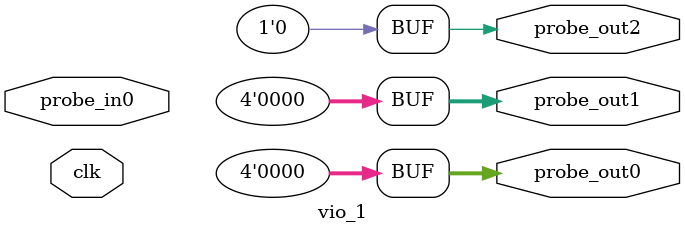
<source format=v>
`timescale 1ns / 1ps
module vio_1 (
clk,
probe_in0,
probe_out0,
probe_out1,
probe_out2
);

input clk;
input [4 : 0] probe_in0;

output reg [3 : 0] probe_out0 = 'h0 ;
output reg [3 : 0] probe_out1 = 'h0 ;
output reg [0 : 0] probe_out2 = 'h0 ;


endmodule

</source>
